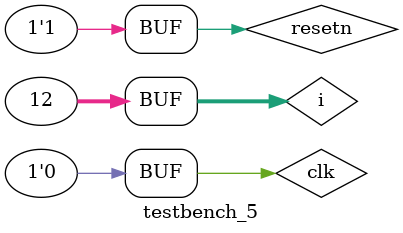
<source format=v>

module testbench_5();
integer i;
reg resetn, clk;
wire [3:0] Q;
rignCounterSelfCorrecting ut(clk, resetn,Q);
initial
begin
	resetn=1;#1; resetn=0; #1; resetn=1;
	for( i=0; i<12; i=i+1)begin
	clk =1; #20; clk =0; #20;	
	end
end
endmodule
</source>
